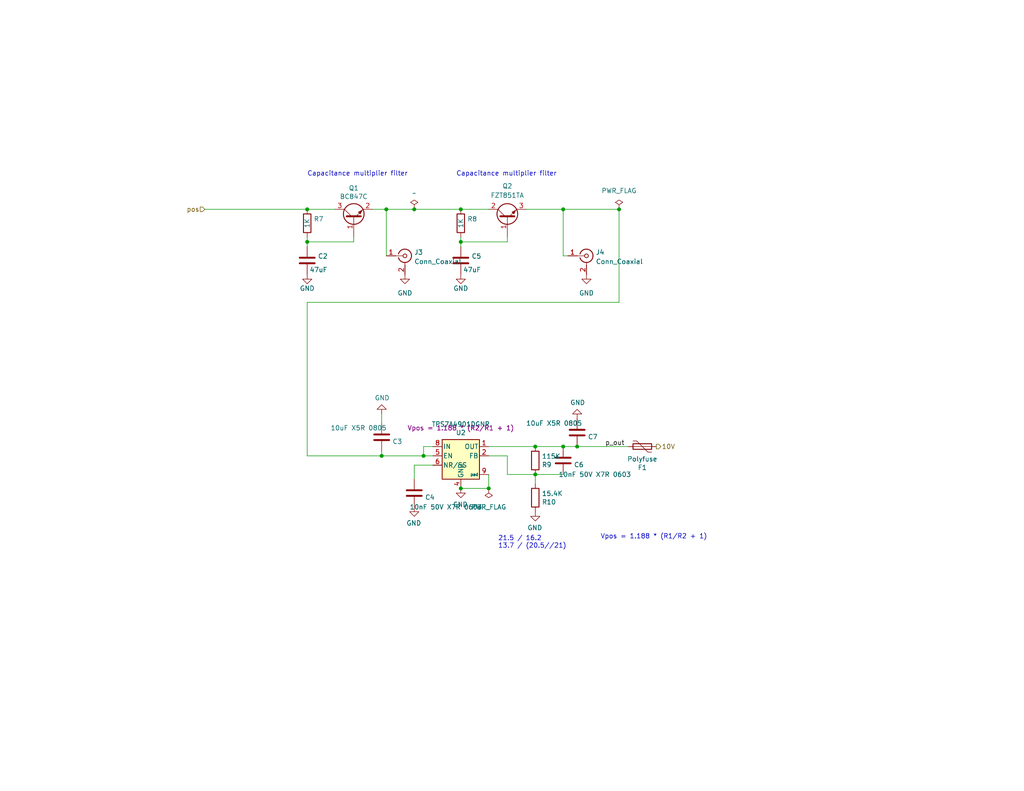
<source format=kicad_sch>
(kicad_sch (version 20230121) (generator eeschema)
  (paper "USLetter")
  (title_block (title "Prototype current sources") (date "2020-01-25") (rev "1") (company "NIST") (comment 1 "325 Broadway") (comment 2 "Boulder, C0 80305") (comment 3 "303-497-3148") (comment 4 "saewoo@gmail.com"))
  (lib_symbols
    (symbol "0JLC-6:1K" (pin_numbers hide) (pin_names (offset 0))
      (property "Reference" "R" (at 2.032 0 90))
      (property "Value" "1K" (at 0 0 90))
      (symbol "1K_0_1"
        (rectangle (start -1.016 -2.54) (end 1.016 2.54) (stroke (width 0.254)))
      )
      (symbol "1K_1_1"
        (pin passive line (at 0 3.81 270) (length 1.27) (name "~") (number "1"))
        (pin passive line (at 0 -3.81 90) (length 1.27) (name "~") (number "2"))
      )
    )
    (symbol "0JLC-7:TPS7A4901" (pin_names (offset 0.254))
      (property "Reference" "U" (at -3.81 -3.175 0))
      (property "Value" "TPS7A4901" (at 0 -3.175 0))
      (property "Formula" "Vpos = 1.188 * (R2/R1 + 1)" (at 0 -5.08 0))
      (symbol "TPS7A4901_0_1"
        (rectangle (start -5.08 8.89) (end 5.08 -1.905) (stroke (width 0.254)) (fill (type background)))
      )
      (symbol "TPS7A4901_1_1"
        (pin power_out line (at 7.62 0 180) (length 2.54) (name "OUT") (number "1"))
        (pin input line (at 7.62 2.54 180) (length 2.54) (name "FB") (number "2"))
        (pin no_connect line (at 7.62 5.08 180) (length 2.54) hide (name "NC") (number "3"))
        (pin power_in line (at 0 11.43 270) (length 2.54) (name "GND") (number "4"))
        (pin passive line (at -7.62 2.54 0) (length 2.54) (name "EN") (number "5"))
        (pin passive line (at -7.62 5.08 0) (length 2.54) (name "NR/SS") (number "6"))
        (pin no_connect line (at -7.62 7.62 0) (length 2.54) hide (name "DNC") (number "7"))
        (pin power_in line (at -7.62 0 0) (length 2.54) (name "IN") (number "8"))
        (pin power_in line (at 7.62 7.62 180) (length 2.54) (name "pad") (number "9"))
      )
    )
    (symbol "Connector:Conn_Coaxial" (pin_names (offset 1.016) hide)
      (property "Reference" "J" (at 0.254 3.048 0))
      (property "Value" "Conn_Coaxial" (at 2.921 0 90))
      (symbol "Conn_Coaxial_0_1"
        (arc (start -1.778 -0.508) (mid 0.2311 -1.8066) (end 1.778 0) (stroke (width 0.254)))
        (polyline (pts (xy -2.54 0) (xy -0.508 0)))
        (polyline (pts (xy 0 -2.54) (xy 0 -1.778)))
        (circle (center 0 0) (radius 0.508) (stroke (width 0.2032)))
        (arc (start 1.778 0) (mid 0.2099 1.8101) (end -1.778 0.508) (stroke (width 0.254)))
      )
      (symbol "Conn_Coaxial_1_1"
        (pin passive line (at -5.08 0 0) (length 2.54) (name "In") (number "1"))
        (pin passive line (at 0 -5.08 90) (length 2.54) (name "Ext") (number "2"))
      )
    )
    (symbol "Device:C" (pin_numbers hide) (pin_names (offset 0.254))
      (property "Reference" "C" (at 0.635 2.54 0))
      (property "Value" "C" (at 0.635 -2.54 0))
      (symbol "C_0_1"
        (polyline (pts (xy -2.032 -0.762) (xy 2.032 -0.762)) (stroke (width 0.508)))
        (polyline (pts (xy -2.032 0.762) (xy 2.032 0.762)) (stroke (width 0.508)))
      )
      (symbol "C_1_1"
        (pin passive line (at 0 3.81 270) (length 2.794) (name "~") (number "1"))
        (pin passive line (at 0 -3.81 90) (length 2.794) (name "~") (number "2"))
      )
    )
    (symbol "Device:Polyfuse" (pin_numbers hide) (pin_names (offset 0))
      (property "Reference" "F" (at -2.54 0 90))
      (property "Value" "Polyfuse" (at 2.54 0 90))
      (symbol "Polyfuse_0_1"
        (rectangle (start -0.762 2.54) (end 0.762 -2.54) (stroke (width 0.254)))
        (polyline (pts (xy 0 2.54) (xy 0 -2.54)))
        (polyline (pts (xy -1.524 2.54) (xy -1.524 1.524) (xy 1.524 -1.524) (xy 1.524 -2.54)))
      )
      (symbol "Polyfuse_1_1"
        (pin passive line (at 0 3.81 270) (length 1.27) (name "~") (number "1"))
        (pin passive line (at 0 -3.81 90) (length 1.27) (name "~") (number "2"))
      )
    )
    (symbol "Device:Q_NPN_BCE" (pin_names (offset 0) hide)
      (property "Reference" "Q" (at 5.08 1.27 0))
      (property "Value" "Q_NPN_BCE" (at 5.08 -1.27 0))
      (symbol "Q_NPN_BCE_0_1"
        (polyline (pts (xy 0.635 0.635) (xy 2.54 2.54)))
        (polyline (pts (xy 0.635 -0.635) (xy 2.54 -2.54) (xy 2.54 -2.54)))
        (polyline (pts (xy 0.635 1.905) (xy 0.635 -1.905) (xy 0.635 -1.905)) (stroke (width 0.508)))
        (polyline (pts (xy 1.27 -1.778) (xy 1.778 -1.27) (xy 2.286 -2.286) (xy 1.27 -1.778) (xy 1.27 -1.778)) (fill (type outline)))
        (circle (center 1.27 0) (radius 2.8194) (stroke (width 0.254)))
      )
      (symbol "Q_NPN_BCE_1_1"
        (pin input line (at -5.08 0 0) (length 5.715) (name "B") (number "1"))
        (pin passive line (at 2.54 5.08 270) (length 2.54) (name "C") (number "2"))
        (pin passive line (at 2.54 -5.08 90) (length 2.54) (name "E") (number "3"))
      )
    )
    (symbol "Device:R" (pin_numbers hide) (pin_names (offset 0))
      (property "Reference" "R" (at 2.032 0 90))
      (property "Value" "R" (at 0 0 90))
      (symbol "R_0_1"
        (rectangle (start -1.016 -2.54) (end 1.016 2.54) (stroke (width 0.254)))
      )
      (symbol "R_1_1"
        (pin passive line (at 0 3.81 270) (length 1.27) (name "~") (number "1"))
        (pin passive line (at 0 -3.81 90) (length 1.27) (name "~") (number "2"))
      )
    )
    (symbol "Transistor_BJT:BC847" (pin_names (offset 0) hide)
      (property "Reference" "Q" (at 5.08 1.905 0))
      (property "Value" "BC847" (at 5.08 0 0))
      (symbol "BC847_0_1"
        (polyline (pts (xy 0.635 0.635) (xy 2.54 2.54)))
        (polyline (pts (xy 0.635 -0.635) (xy 2.54 -2.54) (xy 2.54 -2.54)))
        (polyline (pts (xy 0.635 1.905) (xy 0.635 -1.905) (xy 0.635 -1.905)) (stroke (width 0.508)))
        (polyline (pts (xy 1.27 -1.778) (xy 1.778 -1.27) (xy 2.286 -2.286) (xy 1.27 -1.778) (xy 1.27 -1.778)) (fill (type outline)))
        (circle (center 1.27 0) (radius 2.8194) (stroke (width 0.254)))
      )
      (symbol "BC847_1_1"
        (pin input line (at -5.08 0 0) (length 5.715) (name "B") (number "1"))
        (pin passive line (at 2.54 -5.08 90) (length 2.54) (name "E") (number "2"))
        (pin passive line (at 2.54 5.08 270) (length 2.54) (name "C") (number "3"))
      )
    )
    (symbol "power:GND" (power) (pin_names (offset 0))
      (property "Value" "GND" (at 0 -3.81 0))
      (symbol "GND_0_1"
        (polyline (pts (xy 0 0) (xy 0 -1.27) (xy 1.27 -1.27) (xy 0 -2.54) (xy -1.27 -1.27) (xy 0 -1.27)))
      )
      (symbol "GND_1_1"
        (pin power_in line (at 0 0 270) (length 0) hide (name "GND") (number "1"))
      )
    )
    (symbol "power:PWR_FLAG" (power) (pin_numbers hide) (pin_names (offset 0) hide)
      (property "Value" "PWR_FLAG" (at 0 3.81 0))
      (symbol "PWR_FLAG_0_0"
        (pin power_out line (at 0 0 90) (length 0) (name "pwr") (number "1"))
      )
      (symbol "PWR_FLAG_0_1"
        (polyline (pts (xy 0 0) (xy 0 1.27) (xy -1.016 1.905) (xy 0 2.54) (xy 1.016 1.905) (xy 0 1.27)))
      )
    )
  )
  (junction (at 157.48 121.92))
  (junction (at 133.35 133.35))
  (junction (at 115.57 124.46))
  (junction (at 83.82 66.04))
  (junction (at 83.82 57.15))
  (junction (at 168.91 57.15))
  (junction (at 146.05 121.92))
  (junction (at 146.05 129.54))
  (junction (at 125.73 66.04))
  (junction (at 104.14 124.46))
  (junction (at 125.73 133.35))
  (junction (at 125.73 57.15))
  (junction (at 153.67 57.15))
  (junction (at 153.67 121.92))
  (junction (at 113.03 57.15))
  (junction (at 105.41 57.15))
  (wire (pts (xy 143.51 57.15) (xy 153.67 57.15)))
  (wire (pts (xy 83.82 82.55) (xy 83.82 124.46)))
  (wire (pts (xy 153.67 129.54) (xy 146.05 129.54)))
  (wire (pts (xy 138.43 124.46) (xy 133.35 124.46)))
  (wire (pts (xy 138.43 64.77) (xy 138.43 66.04)))
  (wire (pts (xy 153.67 69.85) (xy 154.94 69.85)))
  (wire (pts (xy 125.73 64.77) (xy 125.73 66.04)))
  (wire (pts (xy 83.82 64.77) (xy 83.82 66.04)))
  (wire (pts (xy 104.14 115.57) (xy 104.14 113.03)))
  (wire (pts (xy 115.57 121.92) (xy 118.11 121.92)))
  (wire (pts (xy 104.14 124.46) (xy 115.57 124.46)))
  (wire (pts (xy 83.82 57.15) (xy 91.44 57.15)))
  (wire (pts (xy 113.03 127) (xy 113.03 130.81)))
  (wire (pts (xy 157.48 121.92) (xy 171.45 121.92)))
  (wire (pts (xy 153.67 121.92) (xy 157.48 121.92)))
  (wire (pts (xy 133.35 129.54) (xy 133.35 133.35)))
  (wire (pts (xy 105.41 57.15) (xy 113.03 57.15)))
  (wire (pts (xy 113.03 57.15) (xy 125.73 57.15)))
  (wire (pts (xy 133.35 121.92) (xy 146.05 121.92)))
  (wire (pts (xy 146.05 121.92) (xy 153.67 121.92)))
  (wire (pts (xy 125.73 66.04) (xy 125.73 67.31)))
  (wire (pts (xy 168.91 82.55) (xy 83.82 82.55)))
  (wire (pts (xy 153.67 57.15) (xy 153.67 69.85)))
  (wire (pts (xy 101.6 57.15) (xy 105.41 57.15)))
  (wire (pts (xy 96.52 66.04) (xy 96.52 64.77)))
  (wire (pts (xy 105.41 69.85) (xy 105.41 57.15)))
  (wire (pts (xy 146.05 129.54) (xy 138.43 129.54)))
  (wire (pts (xy 83.82 66.04) (xy 96.52 66.04)))
  (wire (pts (xy 115.57 124.46) (xy 115.57 121.92)))
  (wire (pts (xy 118.11 127) (xy 113.03 127)))
  (wire (pts (xy 168.91 57.15) (xy 168.91 82.55)))
  (wire (pts (xy 153.67 57.15) (xy 168.91 57.15)))
  (wire (pts (xy 55.88 57.15) (xy 83.82 57.15)))
  (wire (pts (xy 138.43 129.54) (xy 138.43 124.46)))
  (wire (pts (xy 146.05 129.54) (xy 146.05 132.08)))
  (wire (pts (xy 125.73 66.04) (xy 138.43 66.04)))
  (wire (pts (xy 125.73 57.15) (xy 133.35 57.15)))
  (wire (pts (xy 83.82 124.46) (xy 104.14 124.46)))
  (wire (pts (xy 133.35 133.35) (xy 125.73 133.35)))
  (wire (pts (xy 83.82 66.04) (xy 83.82 67.31)))
  (wire (pts (xy 115.57 124.46) (xy 118.11 124.46)))
  (wire (pts (xy 104.14 123.19) (xy 104.14 124.46)))
  (text "Vpos = 1.188 * (R1/R2 + 1)" (at 163.83 147.32 0) (effects (font (size 1.27 1.27)) (justify left bottom)))
  (text "Capacitance multiplier filter" (at 124.46 48.26 0) (effects (font (size 1.27 1.27)) (justify left bottom)))
  (text "21.5 / 16.2\n13.7 / (20.5//21)" (at 135.89 149.86 0) (effects (font (size 1.27 1.27)) (justify left bottom)))
  (text "Capacitance multiplier filter" (at 83.82 48.26 0) (effects (font (size 1.27 1.27)) (justify left bottom)))
  (label "p_out" (at 165.1 121.92 0))
  (hierarchical_label "pos" (shape input) (at 55.88 57.15 180))
  (hierarchical_label "10V" (shape output) (at 179.07 121.92 0))
  (symbol (lib_id "Device:Polyfuse") (at 175.26 121.92 270) (mirror x) (unit 1)
    (property "Reference" "F1" (at 175.26 127.635 90))
    (property "Value" "Polyfuse" (at 175.26 125.3236 90))
    (property "Footprint" "Fuse:Fuse_0603_1608Metric_Pad1.05x0.95mm_HandSolder" (effects hide))
    (property "MFR" "-" (effects hide))
    (property "MPN" "TLC-FSMD020" (effects hide))
    (property "SPR" "-" (effects hide))
    (property "SPN" "-" (effects hide))
    (property "SPURL" "-" (effects hide))
    (property "LCSC" "C261935" (effects hide))
  )
  (symbol (lib_id "power:GND") (at 125.73 133.35 0) (mirror y) (unit 1)
    (property "Reference" "#PWR013" (effects hide))
    (property "Value" "GND" (at 125.603 137.7442 0))
  )
  (symbol (lib_id "power:GND") (at 104.14 113.03 0) (mirror x) (unit 1)
    (property "Reference" "#PWR09" (effects hide))
    (property "Value" "GND" (at 104.267 108.6358 0))
  )
  (symbol (lib_id "Device:C") (at 153.67 125.73 0) (mirror x) (unit 1)
    (property "Reference" "C6" (at 156.591 126.8984 0) (effects (justify left)))
    (property "Value" "10nF 50V X7R 0603" (at 152.4 129.54 0) (effects (justify left)))
    (property "Footprint" "Capacitor_SMD:C_0603_1608Metric_Pad1.08x0.95mm_HandSolder" (effects hide))
    (property "MFR" "Guangdong" (effects hide))
    (property "MPN" "CL05B103KB5NNNC" (effects hide))
    (property "SPR" "LCSC" (effects hide))
    (property "SPN" "C57112" (effects hide))
    (property "SPURL" "-" (effects hide))
    (property "LCSC" "C57112" (effects hide))
  )
  (symbol (lib_id "Device:R") (at 146.05 135.89 0) (mirror x) (unit 1)
    (property "Reference" "R10" (at 147.828 137.0584 0) (effects (justify left)))
    (property "Value" "15.4K" (at 147.828 134.747 0) (effects (justify left)))
    (property "Footprint" "Resistor_SMD:R_0603_1608Metric_Pad0.98x0.95mm_HandSolder" (effects hide))
    (property "MFR" "Yageo" (effects hide))
    (property "LCSC" "C185370" (effects hide))
  )
  (symbol (lib_id "Device:R") (at 146.05 125.73 0) (mirror x) (unit 1)
    (property "Reference" "R9" (at 147.828 126.8984 0) (effects (justify left)))
    (property "Value" "115K" (at 147.828 124.587 0) (effects (justify left)))
    (property "Footprint" "Resistor_SMD:R_0603_1608Metric_Pad0.98x0.95mm_HandSolder" (effects hide))
    (property "MFR" "Yageo" (effects hide))
    (property "MPN" "RC0603FR-07115KL" (effects hide))
    (property "LCSC" "C137806" (effects hide))
  )
  (symbol (lib_id "power:GND") (at 146.05 139.7 0) (mirror y) (unit 1)
    (property "Reference" "#PWR014" (effects hide))
    (property "Value" "GND" (at 145.923 144.0942 0))
  )
  (symbol (lib_id "Device:C") (at 157.48 118.11 0) (mirror x) (unit 1)
    (property "Reference" "C7" (at 160.401 119.2784 0) (effects (justify left)))
    (property "Value" "10uF X5R 0805" (at 143.51 115.57 0) (effects (justify left)))
    (property "Footprint" "Capacitor_SMD:C_0805_2012Metric_Pad1.18x1.45mm_HandSolder" (effects hide))
    (property "MFR" "Samsung" (effects hide))
    (property "MPN" "CL21A106KAYNNNE" (effects hide))
    (property "SPURL" "-" (effects hide))
    (property "LCSC" "C15850" (effects hide))
  )
  (symbol (lib_id "power:GND") (at 157.48 114.3 0) (mirror x) (unit 1)
    (property "Reference" "#PWR015" (effects hide))
    (property "Value" "GND" (at 157.607 109.9058 0))
  )
  (symbol (lib_id "power:GND") (at 113.03 138.43 0) (mirror y) (unit 1)
    (property "Reference" "#PWR011" (effects hide))
    (property "Value" "GND" (at 112.903 142.8242 0))
  )
  (symbol (lib_id "Device:C") (at 113.03 134.62 0) (mirror x) (unit 1)
    (property "Reference" "C4" (at 115.951 135.7884 0) (effects (justify left)))
    (property "Value" "10nF 50V X7R 0603" (at 111.76 138.43 0) (effects (justify left)))
    (property "Footprint" "Capacitor_SMD:C_0603_1608Metric_Pad1.08x0.95mm_HandSolder" (effects hide))
    (property "MFR" "Guangdong" (effects hide))
    (property "MPN" "CL05B103KB5NNNC" (effects hide))
    (property "SPR" "LCSC" (effects hide))
    (property "SPN" "C57112" (effects hide))
    (property "SPURL" "-" (effects hide))
    (property "LCSC" "C57112" (effects hide))
  )
  (symbol (lib_id "Device:C") (at 104.14 119.38 0) (mirror x) (unit 1)
    (property "Reference" "C3" (at 107.061 120.5484 0) (effects (justify left)))
    (property "Value" "10uF X5R 0805" (at 90.17 116.84 0) (effects (justify left)))
    (property "Footprint" "Capacitor_SMD:C_0805_2012Metric_Pad1.18x1.45mm_HandSolder" (effects hide))
    (property "MFR" "Samsung" (effects hide))
    (property "MPN" "CL21A106KAYNNNE" (effects hide))
    (property "SPR" "LCSC" (effects hide))
    (property "SPN" "C15850" (effects hide))
    (property "SPURL" "-" (effects hide))
    (property "LCSC" "C15850" (effects hide))
  )
  (symbol (lib_id "0JLC-7:TPS7A4901") (at 125.73 121.92 0) (mirror x) (unit 1)
    (property "Reference" "U2" (at 125.73 118.1354 0))
    (property "Value" "TPS7A4901DGNR" (at 125.73 115.824 0))
    (property "Footprint" "Package_SO:MSOP-8-1EP_3x3mm_P0.65mm_EP1.68x1.88mm" (effects hide))
    (property "Datasheet" "http://www.ti.com/lit/ds/symlink/lm79l.pdf" (effects hide))
    (property "LSCS" "C16430" (effects hide))
    (property "MPN" "TPS7A4901DGNR" (effects hide))
    (property "LCSC" "C16430" (effects hide))
    (property "Formula" "Vpos = 1.188 * (R2/R1 + 1)" (at 125.73 116.84 0))
  )
  (symbol (lib_id "power:PWR_FLAG") (at 168.91 57.15 0) (unit 1)
    (property "Reference" "#FLG09" (effects hide))
    (property "Value" "PWR_FLAG" (at 168.91 52.07 0))
    (instances (project "usb_pd" (path "" (reference "#FLG03") (unit 1))) (project "uart_mux_v3" (path "" (reference "#FLG09") (unit 1))) (project "transimpedance" (path "" (reference "#FLG05") (unit 1))))
  )
  (symbol (lib_id "power:GND") (at 125.73 74.93 0) (unit 1)
    (property "Reference" "#PWR?" (effects hide))
    (property "Value" "~" (at 125.73 78.74 0))
    (instances (project "usb_pd" (path "" (reference "#PWR012") (unit 1))) (project "uart_mux_v3" (path "" (reference "#PWR?") (unit 1)) (path "" (reference "#PWR043") (unit 1))) (project "sq_lockin_v9" (path "" (reference "#PWR062") (unit 1))) (project "transimpedance" (path "" (reference "#PWR010") (unit 1))))
  )
  (symbol (lib_id "Connector:Conn_Coaxial") (at 110.49 69.85 0) (unit 1)
    (property "Reference" "J?" (at 113.03 68.8731 0) (effects (justify left)))
    (property "Value" "Conn_Coaxial" (at 113.03 71.4131 0) (effects (justify left)))
    (property "Footprint" "Connector_Coaxial:U.FL_Hirose_U.FL-R-SMT-1_Vertical" (effects hide))
    (property "Datasheet" " ~" (effects hide))
    (property "LCSC" "C88374" (effects hide))
    (property "JLCPCB Rotation Offset" "90" (effects hide))
    (instances (project "usb_pd" (path "" (reference "J3") (unit 1))) (project "uart_mux_v3" (path "" (reference "J?") (unit 1)) (path "" (reference "J8") (unit 1))) (project "sq_lockin_v9" (path "" (reference "J12") (unit 1))) (project "transimpedance" (path "" (reference "J1") (unit 1))))
  )
  (symbol (lib_id "Transistor_BJT:BC847") (at 96.52 59.69 90) (unit 1)
    (property "Reference" "Q?" (at 96.52 51.3588 90))
    (property "Value" "BC847C" (at 96.52 53.6702 90))
    (property "Footprint" "Package_TO_SOT_SMD:SOT-23" (effects hide))
    (property "Datasheet" "http://www.infineon.com/dgdl/Infineon-BC847SERIES_BC848SERIES_BC849SERIES_BC850SERIES-DS-v01_01-en.pdf?fileId=db3a304314dca389011541d4630a1657" (effects hide))
    (property "MPN" "BC847C,215" (effects hide))
    (property "LCSC" "C8664" (effects hide))
    (property "JLCPCB Rotation Offset" "180" (effects hide))
    (instances (project "usb_pd" (path "" (reference "Q1") (unit 1))) (project "uart_mux_v3" (path "" (reference "Q?") (unit 1)) (path "" (reference "Q3") (unit 1))) (project "sq_lockin_v9" (path "" (reference "Q1") (unit 1))) (project "transimpedance" (path "" (reference "Q1") (unit 1))))
  )
  (symbol (lib_id "power:PWR_FLAG") (at 113.03 57.15 0) (unit 1)
    (property "Reference" "#FLG?" (effects hide))
    (property "Value" "~" (at 113.03 52.7558 0))
    (instances (project "usb_pd" (path "" (reference "#FLG02") (unit 1))) (project "uart_mux_v3" (path "" (reference "#FLG?") (unit 1)) (path "" (reference "#FLG07") (unit 1))) (project "sq_lockin_v9" (path "" (reference "#FLG08") (unit 1))) (project "transimpedance" (path "" (reference "#FLG04") (unit 1))))
  )
  (symbol (lib_id "0JLC-6:1K") (at 83.82 60.96 0) (unit 1)
    (property "Reference" "R?" (at 85.598 59.7916 0) (effects (justify left)))
    (property "Value" "1K" (at 83.82 60.96 90))
    (property "Footprint" "Resistor_SMD:R_0603_1608Metric_Pad0.98x0.95mm_HandSolder" (effects hide))
    (property "LCSC" "C21190" (effects hide))
    (property "MPN" "0603WAF1001T5E" (effects hide))
    (instances (project "usb_pd" (path "" (reference "R7") (unit 1))) (project "uart_mux_v3" (path "" (reference "R?") (unit 1)) (path "" (reference "R3") (unit 1))) (project "sq_lockin_v9" (path "" (reference "R19") (unit 1))) (project "transimpedance" (path "" (reference "R5") (unit 1))))
  )
  (symbol (lib_id "Device:Q_NPN_BCE") (at 138.43 59.69 90) (unit 1)
    (property "Reference" "Q?" (at 138.43 50.8 90))
    (property "Value" "FZT851TA" (at 138.43 53.34 90))
    (property "Footprint" "Package_TO_SOT_SMD:SOT-223-3_TabPin2" (effects hide))
    (property "LCSC" "C87950" (effects hide))
    (property "MPN" "FZT851TA" (effects hide))
    (property "JLCPCB Rotation Offset" "180" (effects hide))
    (instances (project "usb_pd" (path "" (reference "Q2") (unit 1))) (project "uart_mux_v3" (path "" (reference "Q?") (unit 1)) (path "" (reference "Q5") (unit 1))) (project "sq_lockin_v9" (path "" (reference "Q2") (unit 1))) (project "transimpedance" (path "" (reference "Q2") (unit 1))))
  )
  (symbol (lib_id "0JLC-6:1K") (at 125.73 60.96 0) (unit 1)
    (property "Reference" "R?" (at 127.508 59.7916 0) (effects (justify left)))
    (property "Value" "1K" (at 125.73 60.96 90))
    (property "Footprint" "Resistor_SMD:R_0603_1608Metric_Pad0.98x0.95mm_HandSolder" (effects hide))
    (property "LCSC" "C21190" (effects hide))
    (property "MPN" "0603WAF1001T5E" (effects hide))
    (instances (project "usb_pd" (path "" (reference "R8") (unit 1))) (project "uart_mux_v3" (path "" (reference "R?") (unit 1)) (path "" (reference "R5") (unit 1))) (project "sq_lockin_v9" (path "" (reference "R20") (unit 1))) (project "transimpedance" (path "" (reference "R6") (unit 1))))
  )
  (symbol (lib_id "power:PWR_FLAG") (at 133.35 133.35 180) (unit 1)
    (property "Reference" "#FLG04" (effects hide))
    (property "Value" "PWR_FLAG" (at 133.35 138.43 0))
  )
  (symbol (lib_id "power:GND") (at 110.49 74.93 0) (unit 1)
    (property "Reference" "#PWR?" (effects hide))
    (property "Value" "GND" (at 110.49 80.01 0))
    (property "Footprint" "Connector_Coaxial:U.FL_Hirose_U.FL-R-SMT-1_Vertical" (effects hide))
    (instances (project "usb_pd" (path "" (reference "#PWR010") (unit 1))) (project "uart_mux_v3" (path "" (reference "#PWR?") (unit 1)) (path "" (reference "#PWR039") (unit 1))) (project "sq_lockin_v9" (path "" (reference "#PWR061") (unit 1))) (project "transimpedance" (path "" (reference "#PWR08") (unit 1))))
  )
  (symbol (lib_id "Device:C") (at 83.82 71.12 0) (unit 1)
    (property "Reference" "C?" (at 86.741 69.9516 0) (effects (justify left)))
    (property "Value" "47uF" (at 84.455 73.66 0) (effects (justify left)))
    (property "Footprint" "Capacitor_SMD:C_1210_3225Metric_Pad1.33x2.70mm_HandSolder" (effects hide))
    (property "LCSC" "C84494" (effects hide))
    (property "MPN" "GRM32ER71A476KE15L" (effects hide))
    (instances (project "usb_pd" (path "" (reference "C2") (unit 1))) (project "uart_mux_v3" (path "" (reference "C?") (unit 1)) (path "" (reference "C29") (unit 1))) (project "sq_lockin_v9" (path "" (reference "C38") (unit 1))) (project "transimpedance" (path "" (reference "C7") (unit 1))))
  )
  (symbol (lib_id "Device:C") (at 125.73 71.12 0) (unit 1)
    (property "Reference" "C?" (at 128.651 69.9516 0) (effects (justify left)))
    (property "Value" "47uF" (at 126.365 73.66 0) (effects (justify left)))
    (property "Footprint" "Capacitor_SMD:C_1210_3225Metric_Pad1.33x2.70mm_HandSolder" (effects hide))
    (property "LCSC" "C84494" (effects hide))
    (property "MPN" "GRM32ER71A476KE15L" (effects hide))
    (instances (project "usb_pd" (path "" (reference "C5") (unit 1))) (project "uart_mux_v3" (path "" (reference "C?") (unit 1)) (path "" (reference "C35") (unit 1))) (project "sq_lockin_v9" (path "" (reference "C39") (unit 1))) (project "transimpedance" (path "" (reference "C10") (unit 1))))
  )
  (symbol (lib_id "power:GND") (at 160.02 74.93 0) (unit 1)
    (property "Reference" "#PWR?" (effects hide))
    (property "Value" "GND" (at 160.02 80.01 0))
    (property "Footprint" "Connector_Coaxial:U.FL_Hirose_U.FL-R-SMT-1_Vertical" (effects hide))
    (instances (project "usb_pd" (path "" (reference "#PWR016") (unit 1))) (project "uart_mux_v3" (path "" (reference "#PWR?") (unit 1)) (path "" (reference "#PWR045") (unit 1))) (project "sq_lockin_v9" (path "" (reference "#PWR063") (unit 1))) (project "transimpedance" (path "" (reference "#PWR011") (unit 1))))
  )
  (symbol (lib_id "power:GND") (at 83.82 74.93 0) (unit 1)
    (property "Reference" "#PWR?" (effects hide))
    (property "Value" "~" (at 83.82 78.74 0))
    (instances (project "usb_pd" (path "" (reference "#PWR08") (unit 1))) (project "uart_mux_v3" (path "" (reference "#PWR?") (unit 1)) (path "" (reference "#PWR037") (unit 1))) (project "sq_lockin_v9" (path "" (reference "#PWR060") (unit 1))) (project "transimpedance" (path "" (reference "#PWR07") (unit 1))))
  )
  (symbol (lib_id "Connector:Conn_Coaxial") (at 160.02 69.85 0) (unit 1)
    (property "Reference" "J?" (at 162.56 68.8731 0) (effects (justify left)))
    (property "Value" "Conn_Coaxial" (at 162.56 71.4131 0) (effects (justify left)))
    (property "Footprint" "Connector_Coaxial:U.FL_Hirose_U.FL-R-SMT-1_Vertical" (effects hide))
    (property "Datasheet" " ~" (effects hide))
    (property "LCSC" "C88374" (effects hide))
    (property "JLCPCB Rotation Offset" "90" (effects hide))
    (instances (project "usb_pd" (path "" (reference "J4") (unit 1))) (project "uart_mux_v3" (path "" (reference "J?") (unit 1)) (path "" (reference "J10") (unit 1))) (project "sq_lockin_v9" (path "" (reference "J13") (unit 1))) (project "transimpedance" (path "" (reference "J2") (unit 1))))
  )
)
</source>
